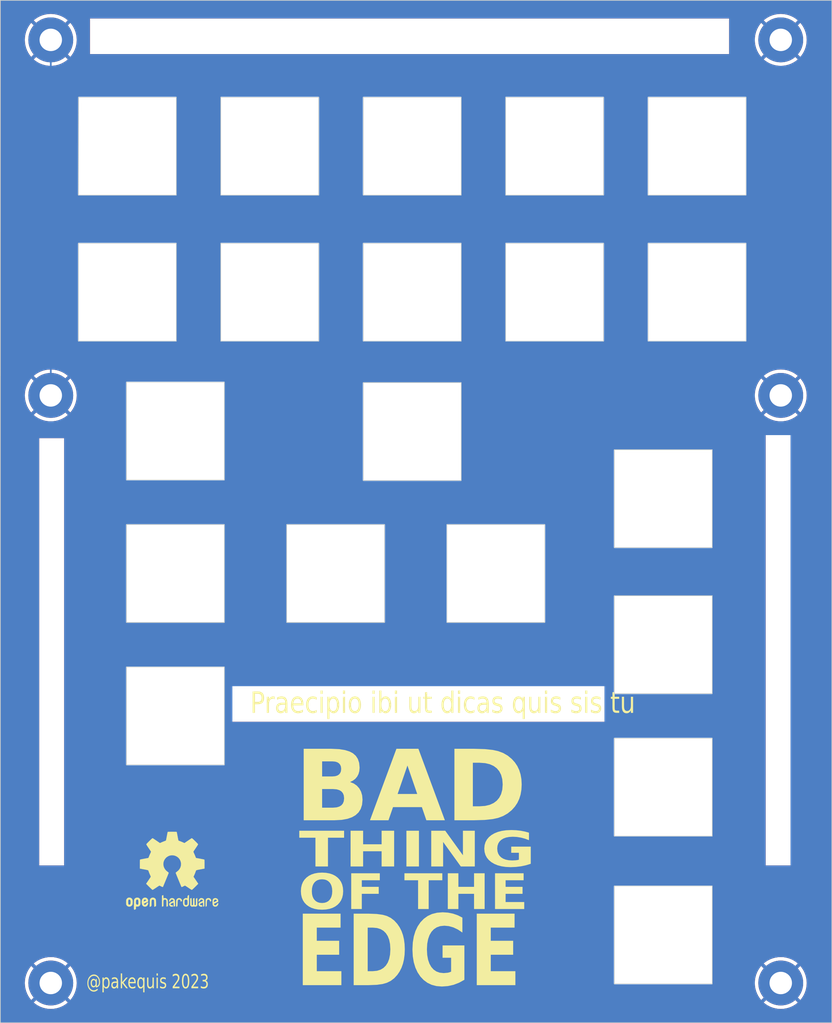
<source format=kicad_pcb>
(kicad_pcb (version 20221018) (generator pcbnew)
  (layers (0 "F.Cu" signal) (31 "B.Cu" signal) (34 "B.Paste" user) (35 "F.Paste" user) (36 "B.SilkS" user "B.Silkscreen") (37 "F.SilkS" user "F.Silkscreen") (38 "B.Mask" user) (39 "F.Mask" user) (44 "Edge.Cuts" user))
  (net 0 "")
  (net 1 "GNDREF")
  (footprint "MountingHole:MountingHole_3.2mm_M3_Pad" (layer "F.Cu") (at 45.5422 165.4048)
    (fp_text reference "J4" hide)
    (fp_text value "Conn_01x01_Pin")
    (pad "1" thru_hole circle (at 0 0) (size 6.4 6.4) (drill 3.2) (layers "*.Cu" "*.Mask") (net 1 "GNDREF"))
  )
  (footprint "Symbol:OSHW-Logo2_14.6x12mm_SilkScreen" (layer "F.Cu") (at 62.865 149.3774)
    (fp_text reference "REF**" hide)
    (fp_text value "OSHW-Logo2_14.6x12mm_SilkScreen" hide)
    (fp_poly (pts (xy 5.33569 3.940018) (xy 5.370585 3.955269) (xy 5.453877 4.021235) (xy 5.525103 4.116618) (xy 5.569153 4.218406) (xy 5.576322 4.268587) (xy 5.552285 4.338647) (xy 5.499561 4.375717) (xy 5.443031 4.398164) (xy 5.417146 4.4023) (xy 5.404542 4.372283) (xy 5.379654 4.306961) (xy 5.368735 4.277445) (xy 5.307508 4.175348) (xy 5.218861 4.124423) (xy 5.105193 4.125989) (xy 5.096774 4.127994) (xy 5.036088 4.156767) (xy 4.991474 4.212859) (xy 4.961002 4.303163) (xy 4.942744 4.434571) (xy 4.934771 4.613974) (xy 4.934023 4.709433) (xy 4.933652 4.859913) (xy 4.931223 4.962495) (xy 4.92476 5.027672) (xy 4.912288 5.065938) (xy 4.891833 5.087785) (xy 4.861419 5.103707) (xy 4.859661 5.104509) (xy 4.801091 5.129272) (xy 4.772075 5.138391) (xy 4.767616 5.110822) (xy 4.763799 5.03462) (xy 4.760899 4.919541) (xy 4.759191 4.775341) (xy 4.758851 4.669814) (xy 4.760588 4.465613) (xy 4.767382 4.310697) (xy 4.781607 4.196024) (xy 4.805638 4.112551) (xy 4.841848 4.051236) (xy 4.892612 4.003034) (xy 4.942739 3.969393) (xy 5.063275 3.924619) (xy 5.203557 3.914521) (xy 5.33569 3.940018)) (stroke (width 0.01)) (fill solid) (layer "F.SilkS"))
    (fp_poly (pts (xy -2.582571 3.877719) (xy -2.488877 3.931914) (xy -2.423736 3.985707) (xy -2.376093 4.042066) (xy -2.343272 4.110987) (xy -2.322594 4.202468) (xy -2.31138 4.326506) (xy -2.306951 4.493098) (xy -2.306437 4.612851) (xy -2.306437 5.053659) (xy -2.430517 5.109283) (xy -2.554598 5.164907) (xy -2.569195 4.682095) (xy -2.575227 4.501779) (xy -2.581555 4.370901) (xy -2.589394 4.280511) (xy -2.599963 4.221664) (xy -2.614477 4.185413) (xy -2.634152 4.16281) (xy -2.640465 4.157917) (xy -2.736112 4.119706) (xy -2.832793 4.134827) (xy -2.890345 4.174943) (xy -2.913755 4.20337) (xy -2.929961 4.240672) (xy -2.940259 4.297223) (xy -2.945951 4.383394) (xy -2.948336 4.509558) (xy -2.948736 4.641042) (xy -2.948814 4.805999) (xy -2.951639 4.922761) (xy -2.961093 5.00151) (xy -2.98106 5.052431) (xy -3.015424 5.085706) (xy -3.068068 5.11152) (xy -3.138383 5.138344) (xy -3.21518 5.167542) (xy -3.206038 4.649346) (xy -3.202357 4.462539) (xy -3.19805 4.32449) (xy -3.191877 4.225568) (xy -3.182598 4.156145) (xy -3.168973 4.10659) (xy -3.149761 4.067273) (xy -3.126598 4.032584) (xy -3.014848 3.92177) (xy -2.878487 3.857689) (xy -2.730175 3.842339) (xy -2.582571 3.877719)) (stroke (width 0.01)) (fill solid) (layer "F.SilkS"))
    (fp_poly (pts (xy 1.065943 3.92192) (xy 1.198565 3.970859) (xy 1.30601 4.057419) (xy 1.348032 4.118352) (xy 1.393843 4.230161) (xy 1.392891 4.311006) (xy 1.344808 4.365378) (xy 1.327017 4.374624) (xy 1.250204 4.40345) (xy 1.210976 4.396065) (xy 1.197689 4.347658) (xy 1.197012 4.32092) (xy 1.172686 4.222548) (xy 1.109281 4.153734) (xy 1.021154 4.120498) (xy 0.922663 4.128861) (xy 0.842602 4.172296) (xy 0.815561 4.197072) (xy 0.796394 4.227129) (xy 0.783446 4.272565) (xy 0.775064 4.343476) (xy 0.769593 4.44996) (xy 0.765378 4.602112) (xy 0.764287 4.650287) (xy 0.760307 4.815095) (xy 0.755781 4.931088) (xy 0.748995 5.007833) (xy 0.738231 5.054893) (xy 0.721773 5.081835) (xy 0.697906 5.098223) (xy 0.682626 5.105463) (xy 0.617733 5.13022) (xy 0.579534 5.138391) (xy 0.566912 5.111103) (xy 0.559208 5.028603) (xy 0.55638 4.889941) (xy 0.558386 4.694162) (xy 0.559011 4.663965) (xy 0.563421 4.485349) (xy 0.568635 4.354923) (xy 0.576055 4.262492) (xy 0.587082 4.197858) (xy 0.603117 4.150825) (xy 0.625561 4.111196) (xy 0.637302 4.094215) (xy 0.704619 4.01908) (xy 0.77991 3.960638) (xy 0.789128 3.955536) (xy 0.924133 3.91526) (xy 1.065943 3.92192)) (stroke (width 0.01)) (fill solid) (layer "F.SilkS"))
    (fp_poly (pts (xy 3.580124 3.93984) (xy 3.584579 4.016653) (xy 3.588071 4.133391) (xy 3.590315 4.280821) (xy 3.591035 4.435455) (xy 3.591035 4.958727) (xy 3.498645 5.051117) (xy 3.434978 5.108047) (xy 3.379089 5.131107) (xy 3.302702 5.129647) (xy 3.27238 5.125934) (xy 3.17761 5.115126) (xy 3.099222 5.108933) (xy 3.080115 5.108361) (xy 3.015699 5.112102) (xy 2.923571 5.121494) (xy 2.88785 5.125934) (xy 2.800114 5.132801) (xy 2.741153 5.117885) (xy 2.68269 5.071835) (xy 2.661585 5.051117) (xy 2.569195 4.958727) (xy 2.569195 3.979947) (xy 2.643558 3.946066) (xy 2.70759 3.92097) (xy 2.745052 3.912184) (xy 2.754657 3.93995) (xy 2.763635 4.01753) (xy 2.771386 4.136348) (xy 2.777314 4.287828) (xy 2.780173 4.415805) (xy 2.788161 4.919425) (xy 2.857848 4.929278) (xy 2.921229 4.922389) (xy 2.952286 4.900083) (xy 2.960967 4.858379) (xy 2.968378 4.769544) (xy 2.973931 4.644834) (xy 2.977036 4.495507) (xy 2.977484 4.418661) (xy 2.977931 3.976287) (xy 3.069874 3.944235) (xy 3.134949 3.922443) (xy 3.170347 3.912281) (xy 3.171368 3.912184) (xy 3.17492 3.939809) (xy 3.178823 4.016411) (xy 3.182751 4.132579) (xy 3.186376 4.278904) (xy 3.188908 4.415805) (xy 3.196897 4.919425) (xy 3.372069 4.919425) (xy 3.380107 4.459965) (xy 3.388146 4.000505) (xy 3.473543 3.956344) (xy 3.536593 3.926019) (xy 3.57391 3.912258) (xy 3.574987 3.912184) (xy 3.580124 3.93984)) (stroke (width 0.01)) (fill solid) (layer "F.SilkS"))
    (fp_poly (pts (xy -1.255402 3.723857) (xy -1.246846 3.843188) (xy -1.237019 3.913506) (xy -1.223401 3.944179) (xy -1.203473 3.944571) (xy -1.197011 3.94091) (xy -1.11106 3.914398) (xy -0.999255 3.915946) (xy -0.885586 3.943199) (xy -0.81449 3.978455) (xy -0.741595 4.034778) (xy -0.688307 4.098519) (xy -0.651725 4.17951) (xy -0.62895 4.287586) (xy -0.617081 4.43258) (xy -0.613218 4.624326) (xy -0.613149 4.661109) (xy -0.613103 5.074288) (xy -0.705046 5.106339) (xy -0.770348 5.128144) (xy -0.806176 5.138297) (xy -0.80723 5.138391) (xy -0.810758 5.11086) (xy -0.813761 5.034923) (xy -0.81601 4.920565) (xy -0.817276 4.777769) (xy -0.817471 4.690951) (xy -0.817877 4.519773) (xy -0.819968 4.397088) (xy -0.825053 4.313) (xy -0.83444 4.257614) (xy -0.849439 4.221032) (xy -0.871358 4.193359) (xy -0.885043 4.180032) (xy -0.979051 4.126328) (xy -1.081636 4.122307) (xy -1.17471 4.167725) (xy -1.191922 4.184123) (xy -1.217168 4.214957) (xy -1.23468 4.251531) (xy -1.245858 4.304415) (xy -1.252104 4.384177) (xy -1.254818 4.501385) (xy -1.255402 4.662991) (xy -1.255402 5.074288) (xy -1.347345 5.106339) (xy -1.412647 5.128144) (xy -1.448475 5.138297) (xy -1.449529 5.138391) (xy -1.452225 5.110448) (xy -1.454655 5.03163) (xy -1.456722 4.909453) (xy -1.458329 4.751432) (xy -1.459377 4.565083) (xy -1.459769 4.35792) (xy -1.45977 4.348706) (xy -1.45977 3.55902) (xy -1.364885 3.518997) (xy -1.27 3.478973) (xy -1.255402 3.723857)) (stroke (width 0.01)) (fill solid) (layer "F.SilkS"))
    (fp_poly (pts (xy -5.951779 3.866015) (xy -5.814939 3.937968) (xy -5.713949 4.053766) (xy -5.678075 4.128213) (xy -5.650161 4.239992) (xy -5.635871 4.381227) (xy -5.634516 4.535371) (xy -5.645405 4.685879) (xy -5.667847 4.816205) (xy -5.70115 4.909803) (xy -5.711385 4.925922) (xy -5.832618 5.046249) (xy -5.976613 5.118317) (xy -6.132861 5.139408) (xy -6.290852 5.106802) (xy -6.33482 5.087253) (xy -6.420444 5.027012) (xy -6.495592 4.947135) (xy -6.502694 4.937004) (xy -6.531561 4.888181) (xy -6.550643 4.83599) (xy -6.561916 4.767285) (xy -6.567355 4.668918) (xy -6.568938 4.527744) (xy -6.568965 4.496092) (xy -6.568893 4.486019) (xy -6.277011 4.486019) (xy -6.275313 4.619256) (xy -6.268628 4.707674) (xy -6.254575 4.764785) (xy -6.230771 4.804102) (xy -6.218621 4.817241) (xy -6.148764 4.867172) (xy -6.080941 4.864895) (xy -6.012365 4.821584) (xy -5.971465 4.775346) (xy -5.947242 4.707857) (xy -5.933639 4.601433) (xy -5.932706 4.58902) (xy -5.930384 4.396147) (xy -5.95465 4.2529) (xy -6.005176 4.16016) (xy -6.081632 4.118807) (xy -6.108924 4.116552) (xy -6.180589 4.127893) (xy -6.22961 4.167184) (xy -6.259582 4.242326) (xy -6.274101 4.361222) (xy -6.277011 4.486019) (xy -6.568893 4.486019) (xy -6.567878 4.345659) (xy -6.563312 4.240549) (xy -6.553312 4.167714) (xy -6.535921 4.114108) (xy -6.509184 4.066681) (xy -6.503276 4.057864) (xy -6.403968 3.939007) (xy -6.295758 3.870008) (xy -6.164019 3.842619) (xy -6.119283 3.841281) (xy -5.951779 3.866015)) (stroke (width 0.01)) (fill solid) (layer "F.SilkS"))
    (fp_poly (pts (xy 6.343439 3.95654) (xy 6.45895 4.032034) (xy 6.514664 4.099617) (xy 6.558804 4.222255) (xy 6.562309 4.319298) (xy 6.554368 4.449056) (xy 6.255115 4.580039) (xy 6.109611 4.646958) (xy 6.014537 4.70079) (xy 5.965101 4.747416) (xy 5.956511 4.79272) (xy 5.983972 4.842582) (xy 6.014253 4.875632) (xy 6.102363 4.928633) (xy 6.198196 4.932347) (xy 6.286212 4.891041) (xy 6.350869 4.808983) (xy 6.362433 4.780008) (xy 6.417825 4.689509) (xy 6.481553 4.65094) (xy 6.568966 4.617946) (xy 6.568966 4.743034) (xy 6.561238 4.828156) (xy 6.530966 4.899938) (xy 6.467518 4.982356) (xy 6.458088 4.993066) (xy 6.387513 5.066391) (xy 6.326847 5.105742) (xy 6.25095 5.123845) (xy 6.18803 5.129774) (xy 6.075487 5.131251) (xy 5.99537 5.112535) (xy 5.94539 5.084747) (xy 5.866838 5.023641) (xy 5.812463 4.957554) (xy 5.778052 4.874441) (xy 5.759388 4.762254) (xy 5.752256 4.608946) (xy 5.751687 4.531136) (xy 5.753622 4.437853) (xy 5.929899 4.437853) (xy 5.931944 4.487896) (xy 5.937039 4.496092) (xy 5.970666 4.484958) (xy 6.04303 4.455493) (xy 6.139747 4.413601) (xy 6.159973 4.404597) (xy 6.282203 4.342442) (xy 6.349547 4.287815) (xy 6.364348 4.236649) (xy 6.328947 4.184876) (xy 6.299711 4.162) (xy 6.194216 4.11625) (xy 6.095476 4.123808) (xy 6.012812 4.179651) (xy 5.955548 4.278753) (xy 5.937188 4.357414) (xy 5.929899 4.437853) (xy 5.753622 4.437853) (xy 5.755459 4.349351) (xy 5.769359 4.214853) (xy 5.796894 4.116916) (xy 5.841572 4.044811) (xy 5.906901 3.987813) (xy 5.935383 3.969393) (xy 6.064763 3.921422) (xy 6.206412 3.918403) (xy 6.343439 3.95654)) (stroke (width 0.01)) (fill solid) (layer "F.SilkS"))
    (fp_poly (pts (xy 2.393914 4.154455) (xy 2.393543 4.372661) (xy 2.392108 4.540519) (xy 2.389002 4.66607) (xy 2.383622 4.757355) (xy 2.375362 4.822415) (xy 2.363616 4.869291) (xy 2.347781 4.906024) (xy 2.33579 4.926991) (xy 2.23649 5.040694) (xy 2.110588 5.111965) (xy 1.971291 5.137538) (xy 1.831805 5.11415) (xy 1.748743 5.072119) (xy 1.661545 4.999411) (xy 1.602117 4.910612) (xy 1.566261 4.79432) (xy 1.549781 4.639135) (xy 1.547447 4.525287) (xy 1.547761 4.517106) (xy 1.751724 4.517106) (xy 1.75297 4.647657) (xy 1.758678 4.73408) (xy 1.771804 4.790618) (xy 1.795306 4.831514) (xy 1.823386 4.862362) (xy 1.917688 4.921905) (xy 2.01894 4.926992) (xy 2.114636 4.877279) (xy 2.122084 4.870543) (xy 2.153874 4.835502) (xy 2.173808 4.793811) (xy 2.1846 4.731762) (xy 2.188965 4.635644) (xy 2.189655 4.529379) (xy 2.188159 4.39588) (xy 2.181964 4.306822) (xy 2.168514 4.248293) (xy 2.145251 4.206382) (xy 2.126175 4.184123) (xy 2.037563 4.127985) (xy 1.935508 4.121235) (xy 1.838095 4.164114) (xy 1.819296 4.180032) (xy 1.787293 4.215382) (xy 1.767318 4.257502) (xy 1.756593 4.320251) (xy 1.752339 4.417487) (xy 1.751724 4.517106) (xy 1.547761 4.517106) (xy 1.554504 4.341947) (xy 1.578472 4.204195) (xy 1.623548 4.100632) (xy 1.693928 4.019856) (xy 1.748743 3.978455) (xy 1.848376 3.933728) (xy 1.963855 3.912967) (xy 2.071199 3.918525) (xy 2.131264 3.940943) (xy 2.154835 3.947323) (xy 2.170477 3.923535) (xy 2.181395 3.859788) (xy 2.189655 3.762687) (xy 2.198699 3.654541) (xy 2.211261 3.589475) (xy 2.234119 3.552268) (xy 2.274051 3.527699) (xy 2.299138 3.516819) (xy 2.394023 3.477072) (xy 2.393914 4.154455)) (stroke (width 0.01)) (fill solid) (layer "F.SilkS"))
    (fp_poly (pts (xy -3.684448 3.884676) (xy -3.569342 3.962111) (xy -3.480389 4.073949) (xy -3.427251 4.216265) (xy -3.416503 4.321015) (xy -3.417724 4.364726) (xy -3.427944 4.398194) (xy -3.456039 4.428179) (xy -3.510884 4.46144) (xy -3.601355 4.504738) (xy -3.736328 4.564833) (xy -3.737011 4.565134) (xy -3.861249 4.622037) (xy -3.963127 4.672565) (xy -4.032233 4.71128) (xy -4.058154 4.73274) (xy -4.058161 4.732913) (xy -4.035315 4.779644) (xy -3.981891 4.831154) (xy -3.920558 4.868261) (xy -3.889485 4.875632) (xy -3.804711 4.850138) (xy -3.731707 4.786291) (xy -3.696087 4.716094) (xy -3.66182 4.664343) (xy -3.594697 4.605409) (xy -3.515792 4.554496) (xy -3.446179 4.526809) (xy -3.431623 4.525287) (xy -3.415237 4.550321) (xy -3.41425 4.614311) (xy -3.426292 4.700593) (xy -3.448993 4.792501) (xy -3.479986 4.873369) (xy -3.481552 4.876509) (xy -3.574819 5.006734) (xy -3.695696 5.095311) (xy -3.832973 5.138786) (xy -3.97544 5.133706) (xy -4.111888 5.076616) (xy -4.117955 5.072602) (xy -4.22529 4.975326) (xy -4.295868 4.848409) (xy -4.334926 4.681526) (xy -4.340168 4.634639) (xy -4.349452 4.413329) (xy -4.338322 4.310124) (xy -4.058161 4.310124) (xy -4.054521 4.374503) (xy -4.034611 4.393291) (xy -3.984974 4.379235) (xy -3.906733 4.346009) (xy -3.819274 4.304359) (xy -3.817101 4.303256) (xy -3.74297 4.264265) (xy -3.713219 4.238244) (xy -3.720555 4.210965) (xy -3.751447 4.175121) (xy -3.83004 4.123251) (xy -3.914677 4.119439) (xy -3.990597 4.157189) (xy -4.043035 4.230001) (xy -4.058161 4.310124) (xy -4.338322 4.310124) (xy -4.330356 4.236261) (xy -4.281366 4.095829) (xy -4.213164 3.997447) (xy -4.090065 3.89803) (xy -3.954472 3.848711) (xy -3.816045 3.845568) (xy -3.684448 3.884676)) (stroke (width 0.01)) (fill solid) (layer "F.SilkS"))
    (fp_poly (pts (xy 0.079944 3.92436) (xy 0.194343 3.966842) (xy 0.195652 3.967658) (xy 0.266403 4.01973) (xy 0.318636 4.080584) (xy 0.355371 4.159887) (xy 0.379634 4.267309) (xy 0.394445 4.412517) (xy 0.402829 4.605179) (xy 0.403564 4.632628) (xy 0.41412 5.046521) (xy 0.325291 5.092456) (xy 0.261018 5.123498) (xy 0.22221 5.138206) (xy 0.220415 5.138391) (xy 0.2137 5.11125) (xy 0.208365 5.038041) (xy 0.205083 4.931081) (xy 0.204368 4.844469) (xy 0.204351 4.704162) (xy 0.197937 4.616051) (xy 0.17558 4.574025) (xy 0.127732 4.571975) (xy 0.044849 4.60379) (xy -0.080287 4.662272) (xy -0.172303 4.710845) (xy -0.219629 4.752986) (xy -0.233542 4.798916) (xy -0.233563 4.801189) (xy -0.210605 4.880311) (xy -0.14263 4.923055) (xy -0.038602 4.929246) (xy 0.03633 4.928172) (xy 0.075839 4.949753) (xy 0.100478 5.001591) (xy 0.114659 5.067632) (xy 0.094223 5.105104) (xy 0.086528 5.110467) (xy 0.014083 5.132006) (xy -0.087367 5.135055) (xy -0.191843 5.120778) (xy -0.265875 5.094688) (xy -0.368228 5.007785) (xy -0.426409 4.886816) (xy -0.437931 4.792308) (xy -0.429138 4.707062) (xy -0.39732 4.637476) (xy -0.334316 4.575672) (xy -0.231969 4.513772) (xy -0.082118 4.443897) (xy -0.072988 4.439948) (xy 0.061997 4.377588) (xy 0.145294 4.326446) (xy 0.180997 4.280488) (xy 0.173203 4.233683) (xy 0.126007 4.179998) (xy 0.111894 4.167644) (xy 0.017359 4.119741) (xy -0.080594 4.121758) (xy -0.165903 4.168724) (xy -0.222504 4.255669) (xy -0.227763 4.272734) (xy -0.278977 4.355504) (xy -0.343963 4.395372) (xy -0.437931 4.434882) (xy -0.437931 4.332658) (xy -0.409347 4.184072) (xy -0.324505 4.047784) (xy -0.280355 4.002191) (xy -0.179995 3.943674) (xy -0.052365 3.917184) (xy 0.079944 3.92436)) (stroke (width 0.01)) (fill solid) (layer "F.SilkS"))
    (fp_poly (pts (xy -4.8281 3.861903) (xy -4.71655 3.917522) (xy -4.618092 4.019931) (xy -4.590977 4.057864) (xy -4.561438 4.1075) (xy -4.542272 4.161412) (xy -4.531307 4.233364) (xy -4.526371 4.337122) (xy -4.525287 4.474101) (xy -4.530182 4.661815) (xy -4.547196 4.802758) (xy -4.579823 4.907908) (xy -4.631558 4.988243) (xy -4.705896 5.054741) (xy -4.711358 5.058678) (xy -4.78462 5.098953) (xy -4.87284 5.11888) (xy -4.985038 5.123793) (xy -5.167433 5.123793) (xy -5.167509 5.300857) (xy -5.169207 5.39947) (xy -5.17955 5.457314) (xy -5.206578 5.492006) (xy -5.258332 5.521164) (xy -5.270761 5.527121) (xy -5.328923 5.555039) (xy -5.373956 5.572672) (xy -5.407441 5.574194) (xy -5.430962 5.553781) (xy -5.4461 5.505607) (xy -5.454437 5.423846) (xy -5.457556 5.302672) (xy -5.45704 5.13626) (xy -5.454471 4.918785) (xy -5.453668 4.853736) (xy -5.450778 4.629502) (xy -5.448188 4.482821) (xy -5.167586 4.482821) (xy -5.166009 4.607326) (xy -5.159 4.688787) (xy -5.143142 4.742515) (xy -5.115019 4.783823) (xy -5.095925 4.803971) (xy -5.017865 4.862921) (xy -4.948753 4.86772) (xy -4.87744 4.819038) (xy -4.875632 4.817241) (xy -4.846617 4.779618) (xy -4.828967 4.728484) (xy -4.820064 4.649738) (xy -4.817291 4.529276) (xy -4.817241 4.502588) (xy -4.823942 4.336583) (xy -4.845752 4.221505) (xy -4.885235 4.151254) (xy -4.944956 4.119729) (xy -4.979472 4.116552) (xy -5.061389 4.13146) (xy -5.117579 4.180548) (xy -5.151402 4.270362) (xy -5.16622 4.407445) (xy -5.167586 4.482821) (xy -5.448188 4.482821) (xy -5.447713 4.455952) (xy -5.443753 4.325382) (xy -5.438174 4.230087) (xy -5.430254 4.162364) (xy -5.419269 4.114507) (xy -5.404499 4.078813) (xy -5.385218 4.047578) (xy -5.376951 4.035824) (xy -5.267288 3.924797) (xy -5.128635 3.861847) (xy -4.968246 3.844297) (xy -4.8281 3.861903)) (stroke (width 0.01)) (fill solid) (layer "F.SilkS"))
    (fp_poly (pts (xy 4.314406 3.935156) (xy 4.398469 3.973393) (xy 4.46445 4.019726) (xy 4.512794 4.071532) (xy 4.546172 4.138363) (xy 4.567253 4.229769) (xy 4.578707 4.355301) (xy 4.583203 4.524508) (xy 4.583678 4.635933) (xy 4.583678 5.070627) (xy 4.509316 5.104509) (xy 4.450746 5.129272) (xy 4.42173 5.138391) (xy 4.416179 5.111257) (xy 4.411775 5.038094) (xy 4.409078 4.931263) (xy 4.408506 4.846437) (xy 4.406046 4.723887) (xy 4.399412 4.626668) (xy 4.389726 4.567134) (xy 4.382032 4.554483) (xy 4.330311 4.567402) (xy 4.249117 4.600539) (xy 4.155102 4.645461) (xy 4.064917 4.693735) (xy 3.995215 4.736928) (xy 3.962648 4.766608) (xy 3.962519 4.766929) (xy 3.96532 4.821857) (xy 3.990439 4.874292) (xy 4.034541 4.916881) (xy 4.098909 4.931126) (xy 4.153921 4.929466) (xy 4.231835 4.928245) (xy 4.272732 4.946498) (xy 4.297295 4.994726) (xy 4.300392 5.00382) (xy 4.31104 5.072598) (xy 4.282565 5.11436) (xy 4.208344 5.134263) (xy 4.128168 5.137944) (xy 3.98389 5.110658) (xy 3.909203 5.07169) (xy 3.816963 4.980148) (xy 3.768043 4.867782) (xy 3.763654 4.749051) (xy 3.805001 4.638411) (xy 3.867197 4.56908) (xy 3.929294 4.530265) (xy 4.026895 4.481125) (xy 4.140632 4.431292) (xy 4.15959 4.423677) (xy 4.284521 4.368545) (xy 4.356539 4.319954) (xy 4.3797 4.271647) (xy 4.358064 4.21737) (xy 4.32092 4.174943) (xy 4.233127 4.122702) (xy 4.13653 4.118784) (xy 4.047944 4.159041) (xy 3.984186 4.239326) (xy 3.975817 4.26004) (xy 3.927096 4.336225) (xy 3.855965 4.392785) (xy 3.766207 4.439201) (xy 3.766207 4.307584) (xy 3.77149 4.227168) (xy 3.794142 4.163786) (xy 3.844367 4.096163) (xy 3.892582 4.044076) (xy 3.967554 3.970322) (xy 4.025806 3.930702) (xy 4.088372 3.91481) (xy 4.159193 3.912184) (xy 4.314406 3.935156)) (stroke (width 0.01)) (fill solid) (layer "F.SilkS"))
    (fp_poly (pts (xy 0.209014 -5.547002) (xy 0.367006 -5.546137) (xy 0.481347 -5.543795) (xy 0.559407 -5.539238) (xy 0.608554 -5.53173) (xy 0.636159 -5.520534) (xy 0.649592 -5.504912) (xy 0.656221 -5.484127) (xy 0.656865 -5.481437) (xy 0.666935 -5.432887) (xy 0.685575 -5.337095) (xy 0.710845 -5.204257) (xy 0.740807 -5.044569) (xy 0.773522 -4.868226) (xy 0.774664 -4.862033) (xy 0.807433 -4.689218) (xy 0.838093 -4.536531) (xy 0.864664 -4.413129) (xy 0.885167 -4.328169) (xy 0.897626 -4.29081) (xy 0.89822 -4.290148) (xy 0.934919 -4.271905) (xy 1.010586 -4.241503) (xy 1.108878 -4.205507) (xy 1.109425 -4.205315) (xy 1.233233 -4.158778) (xy 1.379196 -4.099496) (xy 1.516781 -4.039891) (xy 1.523293 -4.036944) (xy 1.74739 -3.935235) (xy 2.243619 -4.274103) (xy 2.395846 -4.377408) (xy 2.533741 -4.469763) (xy 2.649315 -4.545916) (xy 2.734579 -4.600615) (xy 2.781544 -4.628607) (xy 2.786004 -4.630683) (xy 2.820134 -4.62144) (xy 2.883881 -4.576844) (xy 2.979731 -4.494791) (xy 3.110169 -4.373179) (xy 3.243328 -4.243795) (xy 3.371694 -4.116298) (xy 3.486581 -3.999954) (xy 3.581073 -3.901948) (xy 3.648253 -3.829464) (xy 3.681206 -3.789687) (xy 3.682432 -3.787639) (xy 3.686074 -3.760344) (xy 3.67235 -3.715766) (xy 3.637869 -3.647888) (xy 3.579239 -3.550689) (xy 3.49307 -3.418149) (xy 3.3782 -3.247524) (xy 3.276254 -3.097345) (xy 3.185123 -2.96265) (xy 3.110073 -2.85126) (xy 3.056369 -2.770995) (xy 3.02928 -2.729675) (xy 3.027574 -2.72687) (xy 3.030882 -2.687279) (xy 3.055953 -2.610331) (xy 3.097798 -2.510568) (xy 3.112712 -2.478709) (xy 3.177786 -2.336774) (xy 3.247212 -2.175727) (xy 3.303609 -2.036379) (xy 3.344247 -1.932956) (xy 3.376526 -1.854358) (xy 3.395178 -1.81328) (xy 3.397497 -1.810115) (xy 3.431803 -1.804872) (xy 3.512669 -1.790506) (xy 3.629343 -1.769063) (xy 3.771075 -1.742587) (xy 3.92711 -1.713123) (xy 4.086698 -1.682717) (xy 4.239085 -1.653412) (xy 4.373521 -1.627255) (xy 4.479252 -1.60629) (xy 4.545526 -1.592561) (xy 4.561782 -1.58868) (xy 4.578573 -1.5791) (xy 4.591249 -1.557464) (xy 4.600378 -1.516469) (xy 4.606531 -1.448811) (xy 4.61028 -1.347188) (xy 4.612192 -1.204297) (xy 4.61284 -1.012835) (xy 4.612874 -0.934355) (xy 4.612874 -0.296094) (xy 4.459598 -0.26584) (xy 4.374322 -0.249436) (xy 4.24707 -0.225491) (xy 4.093315 -0.196893) (xy 3.928534 -0.166533) (xy 3.882989 -0.158194) (xy 3.730932 -0.12863) (xy 3.598468 -0.099558) (xy 3.496714 -0.073671) (xy 3.436788 -0.053663) (xy 3.426805 -0.047699) (xy 3.402293 -0.005466) (xy 3.367148 0.07637) (xy 3.328173 0.181683) (xy 3.320442 0.204368) (xy 3.26936 0.345018) (xy 3.205954 0.503714) (xy 3.143904 0.646225) (xy 3.143598 0.646886) (xy 3.040267 0.87044) (xy 3.719961 1.870232) (xy 3.283621 2.3073) (xy 3.151649 2.437381) (xy 3.031279 2.552048) (xy 2.929273 2.645181) (xy 2.852391 2.710658) (xy 2.807393 2.742357) (xy 2.800938 2.744368) (xy 2.76304 2.728529) (xy 2.685708 2.684496) (xy 2.577389 2.61749) (xy 2.446532 2.532734) (xy 2.305052 2.437816) (xy 2.161461 2.340998) (xy 2.033435 2.256751) (xy 1.929105 2.190258) (xy 1.8566 2.146702) (xy 1.824158 2.131264) (xy 1.784576 2.144328) (xy 1.709519 2.17875) (xy 1.614468 2.22738) (xy 1.604392 2.232785) (xy 1.476391 2.29698) (xy 1.388618 2.328463) (xy 1.334028 2.328798) (xy 1.305575 2.299548) (xy 1.30541 2.299138) (xy 1.291188 2.264498) (xy 1.257269 2.182269) (xy 1.206284 2.058814) (xy 1.140862 1.900498) (xy 1.063634 1.713686) (xy 0.977229 1.504742) (xy 0.893551 1.302446) (xy 0.801588 1.0792) (xy 0.71715 0.872392) (xy 0.642769 0.688362) (xy 0.580974 0.533451) (xy 0.534297 0.413996) (xy 0.505268 0.336339) (xy 0.496322 0.307356) (xy 0.518756 0.27411) (xy 0.577439 0.221123) (xy 0.655689 0.162704) (xy 0.878534 -0.022048) (xy 1.052718 -0.233818) (xy 1.176154 -0.468144) (xy 1.246754 -0.720566) (xy 1.262431 -0.986623) (xy 1.251036 -1.109425) (xy 1.18895 -1.364207) (xy 1.082023 -1.589199) (xy 0.936889 -1.782183) (xy 0.760178 -1.940939) (xy 0.558522 -2.06325) (xy 0.338554 -2.146895) (xy 0.106906 -2.189656) (xy -0.129791 -2.189313) (xy -0.364905 -2.143648) (xy -0.591804 -2.050441) (xy -0.803856 -1.907473) (xy -0.892364 -1.826617) (xy -1.062111 -1.618993) (xy -1.180301 -1.392105) (xy -1.247722 -1.152567) (xy -1.26516 -0.906993) (xy -1.233402 -0.661997) (xy -1.153235 -0.424192) (xy -1.025445 -0.200193) (xy -0.85082 0.003387) (xy -0.655688 0.162704) (xy -0.574409 0.223602) (xy -0.516991 0.276015) (xy -0.496322 0.307406) (xy -0.507144 0.341639) (xy -0.537923 0.423419) (xy -0.586126 0.546407) (xy -0.649222 0.704263) (xy -0.724678 0.890649) (xy -0.809962 1.099226) (xy -0.893781 1.302496) (xy -0.986255 1.525933) (xy -1.071911 1.732984) (xy -1.148118 1.917286) (xy -1.212247 2.072475) (xy -1.261668 2.192188) (xy -1.293752 2.270061) (xy -1.305641 2.299138) (xy -1.333726 2.328677) (xy -1.388051 2.328591) (xy -1.475605 2.297326) (xy -1.603381 2.233329) (xy -1.604392 2.232785) (xy -1.700598 2.183121) (xy -1.778369 2.146945) (xy -1.822223 2.131408) (xy -1.824158 2.131264) (xy -1.857171 2.147024) (xy -1.930054 2.19085) (xy -2.034678 2.257557) (xy -2.16291 2.341964) (xy -2.305052 2.437816) (xy -2.449767 2.534867) (xy -2.580196 2.61927) (xy -2.68789 2.685801) (xy -2.764402 2.729238) (xy -2.800938 2.744368) (xy -2.834582 2.724482) (xy -2.902224 2.668903) (xy -2.997107 2.583754) (xy -3.11247 2.475153) (xy -3.241555 2.349221) (xy -3.283771 2.307149) (xy -3.720261 1.869931) (xy -3.388023 1.38234) (xy -3.287054 1.232605) (xy -3.198438 1.09822) (xy -3.127146 0.986969) (xy -3.07815 0.906639) (xy -3.056422 0.865014) (xy -3.055785 0.862053) (xy -3.06724 0.822818) (xy -3.098051 0.743895) (xy -3.142884 0.638509) (xy -3.174353 0.567954) (xy -3.233192 0.432876) (xy -3.288604 0.296409) (xy -3.331564 0.181103) (xy -3.343234 0.145977) (xy -3.376389 0.052174) (xy -3.408799 -0.020306) (xy -3.426601 -0.047699) (xy -3.465886 -0.064464) (xy -3.551626 -0.08823) (xy -3.672697 -0.116303) (xy -3.817973 -0.145991) (xy -3.882988 -0.158194) (xy -4.048087 -0.188532) (xy -4.206448 -0.217907) (xy -4.342596 -0.243431) (xy -4.441057 -0.262215) (xy -4.459598 -0.26584) (xy -4.612873 -0.296094) (xy -4.612873 -0.934355) (xy -4.612529 -1.14423) (xy -4.611116 -1.30302) (xy -4.608064 -1.418027) (xy -4.602803 -1.496554) (xy -4.594763 -1.545904) (xy -4.583373 -1.573381) (xy -4.568063 -1.586287) (xy -4.561782 -1.58868) (xy -4.523896 -1.597167) (xy -4.440195 -1.6141) (xy -4.321433 -1.637434) (xy -4.178361 -1.665125) (xy -4.021732 -1.695127) (xy -3.862297 -1.725396) (xy -3.710809 -1.753885) (xy -3.578019 -1.778551) (xy -3.474681 -1.797349) (xy -3.411545 -1.808233) (xy -3.397497 -1.810115) (xy -3.38477 -1.835296) (xy -3.3566 -1.902378) (xy -3.318252 -1.998667) (xy -3.303609 -2.036379) (xy -3.244548 -2.182079) (xy -3.175 -2.343049) (xy -3.112712 -2.478709) (xy -3.066879 -2.582439) (xy -3.036387 -2.667674) (xy -3.026208 -2.719874) (xy -3.027831 -2.72687) (xy -3.049343 -2.759898) (xy -3.098465 -2.833357) (xy -3.169923 -2.939423) (xy -3.258445 -3.070274) (xy -3.358759 -3.218088) (xy -3.378594 -3.247266) (xy -3.494988 -3.420137) (xy -3.580548 -3.551774) (xy -3.638684 -3.648239) (xy -3.672808 -3.715592) (xy -3.686331 -3.759894) (xy -3.682664 -3.787206) (xy -3.68257 -3.78738) (xy -3.653707 -3.823254) (xy -3.589867 -3.892609) (xy -3.497969 -3.988255) (xy -3.384933 -4.103001) (xy -3.257679 -4.229659) (xy -3.243328 -4.243795) (xy -3.082957 -4.399097) (xy -2.959195 -4.51313) (xy -2.869555 -4.587998) (xy -2.811552 -4.625804) (xy -2.786004 -4.630683) (xy -2.748718 -4.609397) (xy -2.671343 -4.560227) (xy -2.561867 -4.488425) (xy -2.42828 -4.399245) (xy -2.27857 -4.297937) (xy -2.243618 -4.274103) (xy -1.74739 -3.935235) (xy -1.523293 -4.036944) (xy -1.387011 -4.096217) (xy -1.240724 -4.15583) (xy -1.114965 -4.20336) (xy -1.109425 -4.205315) (xy -1.011057 -4.241323) (xy -0.935229 -4.271771) (xy -0.898282 -4.290095) (xy -0.89822 -4.290148) (xy -0.886496 -4.323271) (xy -0.866568 -4.404733) (xy -0.840413 -4.525375) (xy -0.81001 -4.676041) (xy -0.777337 -4.847572) (xy -0.774664 -4.862033) (xy -0.74189 -5.038765) (xy -0.711802 -5.19919) (xy -0.686339 -5.333112) (xy -0.667441 -5.430337) (xy -0.657047 -5.480668) (xy -0.656865 -5.481437) (xy -0.650539 -5.502847) (xy -0.638239 -5.519012) (xy -0.612594 -5.530669) (xy -0.566235 -5.538555) (xy -0.491792 -5.543407) (xy -0.381895 -5.545961) (xy -0.229175 -5.546955) (xy -0.026262 -5.547126) (xy 0 -5.547126) (xy 0.209014 -5.547002)) (stroke (width 0.01)) (fill solid) (layer "F.SilkS"))
  )
  (footprint "MountingHole:MountingHole_3.2mm_M3_Pad" (layer "F.Cu") (at 149.6822 165.4048)
    (fp_text reference "J3" hide)
    (fp_text value "Conn_01x01_Pin")
    (pad "1" thru_hole circle (at 0 0) (size 6.4 6.4) (drill 3.2) (layers "*.Cu" "*.Mask") (net 1 "GNDREF"))
  )
  (footprint "MountingHole:MountingHole_3.2mm_M3_Pad" (layer "F.Cu") (at 45.5422 81.5848)
    (fp_text reference "J5" hide)
    (fp_text value "Conn_01x01_Pin")
    (pad "1" thru_hole circle (at 0 0) (size 6.4 6.4) (drill 3.2) (layers "*.Cu" "*.Mask") (net 1 "GNDREF"))
  )
  (footprint "MountingHole:MountingHole_3.2mm_M3_Pad" (layer "F.Cu") (at 149.6822 30.865744)
    (fp_text reference "J1" hide)
    (fp_text value "Conn_01x01_Pin")
    (pad "1" thru_hole circle (at 0 0) (size 6.4 6.4) (drill 3.2) (layers "*.Cu" "*.Mask") (net 1 "GNDREF"))
  )
  (footprint "MountingHole:MountingHole_3.2mm_M3_Pad" (layer "F.Cu") (at 45.5422 30.865744)
    (fp_text reference "J6" hide)
    (fp_text value "Conn_01x01_Pin")
    (pad "1" thru_hole circle (at 0 0) (size 6.4 6.4) (drill 3.2) (layers "*.Cu" "*.Mask") (net 1 "GNDREF"))
  )
  (footprint "MountingHole:MountingHole_3.2mm_M3_Pad" (layer "F.Cu") (at 149.6822 81.5848)
    (fp_text reference "J2" hide)
    (fp_text value "Conn_01x01_Pin")
    (pad "1" thru_hole circle (at 0 0) (size 6.4 6.4) (drill 3.2) (layers "*.Cu" "*.Mask") (net 1 "GNDREF"))
  )
  (gr_line (start 156.967256 25.226944) (end 38.349256 25.226944) (stroke (width 0.1)) (layer "Edge.Cuts"))
  (gr_line (start 90.1192 79.756) (end 104.0892 79.756) (stroke (width 0.1)) (layer "Edge.Cuts"))
  (gr_line (start 110.4392 59.8678) (end 124.4092 59.8678) (stroke (width 0.1)) (layer "Edge.Cuts"))
  (gr_line (start 139.9032 130.4798) (end 139.9032 144.4498) (stroke (width 0.1)) (layer "Edge.Cuts"))
  (gr_line (start 69.7992 53.0098) (end 69.7992 39.0398) (stroke (width 0.1)) (layer "Edge.Cuts"))
  (gr_line (start 125.9332 103.3018) (end 125.9332 89.3318) (stroke (width 0.1)) (layer "Edge.Cuts"))
  (gr_line (start 70.3072 93.6498) (end 56.3372 93.6498) (stroke (width 0.1)) (layer "Edge.Cuts"))
  (gr_line (start 79.1972 99.9998) (end 93.1672 99.9998) (stroke (width 0.1)) (layer "Edge.Cuts"))
  (gr_line (start 90.1192 73.8378) (end 90.1192 59.8678) (stroke (width 0.1)) (layer "Edge.Cuts"))
  (gr_line (start 139.9032 124.1298) (end 125.9332 124.1298) (stroke (width 0.1)) (layer "Edge.Cuts"))
  (gr_line (start 125.9332 144.4498) (end 125.9332 130.4798) (stroke (width 0.1)) (layer "Edge.Cuts"))
  (gr_line (start 124.4092 39.0398) (end 124.4092 53.0098) (stroke (width 0.1)) (layer "Edge.Cuts"))
  (gr_line (start 69.7992 73.8378) (end 69.7992 59.8678) (stroke (width 0.1)) (layer "Edge.Cuts"))
  (gr_line (start 104.0892 93.726) (end 90.1192 93.726) (stroke (width 0.1)) (layer "Edge.Cuts"))
  (gr_line (start 139.9032 165.5318) (end 125.9332 165.5318) (stroke (width 0.1)) (layer "Edge.Cuts"))
  (gr_line (start 116.0272 113.9698) (end 102.0572 113.9698) (stroke (width 0.1)) (layer "Edge.Cuts"))
  (gr_line (start 70.3072 99.9998) (end 70.3072 113.9698) (stroke (width 0.1)) (layer "Edge.Cuts"))
  (gr_line (start 110.4392 39.0398) (end 124.4092 39.0398) (stroke (width 0.1)) (layer "Edge.Cuts"))
  (gr_line (start 125.9332 124.1298) (end 125.9332 110.1598) (stroke (width 0.1)) (layer "Edge.Cuts"))
  (gr_line (start 70.3072 120.3198) (end 70.3072 134.2898) (stroke (width 0.1)) (layer "Edge.Cuts"))
  (gr_line (start 144.7292 39.0398) (end 144.7292 53.0098) (stroke (width 0.1)) (layer "Edge.Cuts"))
  (gr_line (start 139.9032 144.4498) (end 125.9332 144.4498) (stroke (width 0.1)) (layer "Edge.Cuts"))
  (gr_line (start 56.3372 134.2898) (end 56.3372 120.3198) (stroke (width 0.1)) (layer "Edge.Cuts"))
  (gr_line (start 56.3372 79.6798) (end 70.3072 79.6798) (stroke (width 0.1)) (layer "Edge.Cuts"))
  (gr_line (start 144.7292 73.8378) (end 130.7592 73.8378) (stroke (width 0.1)) (layer "Edge.Cuts"))
  (gr_line (start 90.1192 93.726) (end 90.1192 79.756) (stroke (width 0.1)) (layer "Edge.Cuts"))
  (gr_line (start 139.9032 103.3018) (end 125.9332 103.3018) (stroke (width 0.1)) (layer "Edge.Cuts"))
  (gr_line (start 90.1192 53.0098) (end 90.1192 39.0398) (stroke (width 0.1)) (layer "Edge.Cuts"))
  (gr_line (start 130.7592 39.0398) (end 144.7292 39.0398) (stroke (width 0.1)) (layer "Edge.Cuts"))
  (gr_line (start 139.9032 151.5618) (end 139.9032 165.5318) (stroke (width 0.1)) (layer "Edge.Cuts"))
  (gr_line (start 156.967256 171.073744) (end 38.349256 171.073744) (stroke (width 0.1)) (layer "Edge.Cuts"))
  (gr_line (start 125.9332 165.5318) (end 125.9332 151.5618) (stroke (width 0.1)) (layer "Edge.Cuts"))
  (gr_line (start 124.4092 73.8378) (end 110.4392 73.8378) (stroke (width 0.1)) (layer "Edge.Cuts"))
  (gr_line (start 104.0892 59.8678) (end 104.0892 73.8378) (stroke (width 0.1)) (layer "Edge.Cuts"))
  (gr_line (start 63.4492 53.0098) (end 49.4792 53.0098) (stroke (width 0.1)) (layer "Edge.Cuts"))
  (gr_line (start 56.3372 120.3198) (end 70.3072 120.3198) (stroke (width 0.1)) (layer "Edge.Cuts"))
  (gr_line (start 125.9332 89.3318) (end 139.9032 89.3318) (stroke (width 0.1)) (layer "Edge.Cuts"))
  (gr_line (start 83.7692 73.8378) (end 69.7992 73.8378) (stroke (width 0.1)) (layer "Edge.Cuts"))
  (gr_line (start 93.1672 99.9998) (end 93.1672 113.9698) (stroke (width 0.1)) (layer "Edge.Cuts"))
  (gr_line (start 130.7592 53.0098) (end 130.7592 39.0398) (stroke (width 0.1)) (layer "Edge.Cuts"))
  (gr_line (start 104.0892 53.0098) (end 90.1192 53.0098) (stroke (width 0.1)) (layer "Edge.Cuts"))
  (gr_line (start 125.9332 130.4798) (end 139.9032 130.4798) (stroke (width 0.1)) (layer "Edge.Cuts"))
  (gr_line (start 110.4392 53.0098) (end 110.4392 39.0398) (stroke (width 0.1)) (layer "Edge.Cuts"))
  (gr_line (start 116.0272 99.9998) (end 116.0272 113.9698) (stroke (width 0.1)) (layer "Edge.Cuts"))
  (gr_line (start 104.0892 73.8378) (end 90.1192 73.8378) (stroke (width 0.1)) (layer "Edge.Cuts"))
  (gr_line (start 90.1192 39.0398) (end 104.0892 39.0398) (stroke (width 0.1)) (layer "Edge.Cuts"))
  (gr_line (start 38.349256 171.073744) (end 38.349256 25.226944) (stroke (width 0.1)) (layer "Edge.Cuts"))
  (gr_line (start 156.967256 25.226944) (end 156.967256 171.073744) (stroke (width 0.1)) (layer "Edge.Cuts"))
  (gr_line (start 144.7292 59.8678) (end 144.7292 73.8378) (stroke (width 0.1)) (layer "Edge.Cuts"))
  (gr_line (start 69.7992 39.0398) (end 83.7692 39.0398) (stroke (width 0.1)) (layer "Edge.Cuts"))
  (gr_line (start 102.0572 99.9998) (end 116.0272 99.9998) (stroke (width 0.1)) (layer "Edge.Cuts"))
  (gr_line (start 49.4792 53.0098) (end 49.5046 39.0398) (stroke (width 0.1)) (layer "Edge.Cuts"))
  (gr_line (start 49.4792 73.8378) (end 49.4792 59.8678) (stroke (width 0.1)) (layer "Edge.Cuts"))
  (gr_line (start 125.9332 110.1598) (end 139.9032 110.1598) (stroke (width 0.1)) (layer "Edge.Cuts"))
  (gr_line (start 83.7692 59.8678) (end 83.7692 73.8378) (stroke (width 0.1)) (layer "Edge.Cuts"))
  (gr_line (start 70.3072 134.2898) (end 56.3372 134.2898) (stroke (width 0.1)) (layer "Edge.Cuts"))
  (gr_line (start 49.4792 59.8678) (end 63.4492 59.8678) (stroke (width 0.1)) (layer "Edge.Cuts"))
  (gr_line (start 104.0892 79.756) (end 104.0892 93.726) (stroke (width 0.1)) (layer "Edge.Cuts"))
  (gr_line (start 139.9032 89.3318) (end 139.9032 103.3018) (stroke (width 0.1)) (layer "Edge.Cuts"))
  (gr_line (start 83.7692 53.0098) (end 69.7992 53.0098) (stroke (width 0.1)) (layer "Edge.Cuts"))
  (gr_line (start 102.0572 113.9698) (end 102.0572 99.9998) (stroke (width 0.1)) (layer "Edge.Cuts"))
  (gr_line (start 63.4492 73.8378) (end 49.4792 73.8378) (stroke (width 0.1)) (layer "Edge.Cuts"))
  (gr_line (start 93.1672 113.9698) (end 79.1972 113.9698) (stroke (width 0.1)) (layer "Edge.Cuts"))
  (gr_line (start 104.0892 39.0398) (end 104.0892 53.0098) (stroke (width 0.1)) (layer "Edge.Cuts"))
  (gr_line (start 49.5046 39.0398) (end 63.4492 39.0398) (stroke (width 0.1)) (layer "Edge.Cuts"))
  (gr_line (start 139.9032 110.1598) (end 139.9032 124.1298) (stroke (width 0.1)) (layer "Edge.Cuts"))
  (gr_line (start 144.7292 53.0098) (end 130.7592 53.0098) (stroke (width 0.1)) (layer "Edge.Cuts"))
  (gr_line (start 125.9332 151.5618) (end 139.9032 151.5618) (stroke (width 0.1)) (layer "Edge.Cuts"))
  (gr_line (start 124.4092 59.8678) (end 124.4092 73.8378) (stroke (width 0.1)) (layer "Edge.Cuts"))
  (gr_line (start 56.3372 93.6498) (end 56.3372 79.6798) (stroke (width 0.1)) (layer "Edge.Cuts"))
  (gr_line (start 56.3372 99.9998) (end 70.3072 99.9998) (stroke (width 0.1)) (layer "Edge.Cuts"))
  (gr_line (start 124.4092 53.0098) (end 110.4392 53.0098) (stroke (width 0.1)) (layer "Edge.Cuts"))
  (gr_line (start 63.4492 39.0398) (end 63.4492 53.0098) (stroke (width 0.1)) (layer "Edge.Cuts"))
  (gr_line (start 130.7592 73.8378) (end 130.7592 59.8678) (stroke (width 0.1)) (layer "Edge.Cuts"))
  (gr_line (start 83.7692 39.0398) (end 83.7692 53.0098) (stroke (width 0.1)) (layer "Edge.Cuts"))
  (gr_line (start 90.1192 59.8678) (end 104.0892 59.8678) (stroke (width 0.1)) (layer "Edge.Cuts"))
  (gr_line (start 130.7592 59.8678) (end 144.7292 59.8678) (stroke (width 0.1)) (layer "Edge.Cuts"))
  (gr_line (start 110.4392 73.8378) (end 110.4392 59.8678) (stroke (width 0.1)) (layer "Edge.Cuts"))
  (gr_line (start 79.1972 113.9698) (end 79.1972 99.9998) (stroke (width 0.1)) (layer "Edge.Cuts"))
  (gr_line (start 70.3072 79.6798) (end 70.3072 93.6498) (stroke (width 0.1)) (layer "Edge.Cuts"))
  (gr_line (start 69.7992 59.8678) (end 83.7692 59.8678) (stroke (width 0.1)) (layer "Edge.Cuts"))
  (gr_line (start 70.3072 113.9698) (end 56.3372 113.9698) (stroke (width 0.1)) (layer "Edge.Cuts"))
  (gr_line (start 63.4492 59.8678) (end 63.4492 73.8378) (stroke (width 0.1)) (layer "Edge.Cuts"))
  (gr_line (start 56.3372 113.9698) (end 56.3372 99.9998) (stroke (width 0.1)) (layer "Edge.Cuts"))
  (gr_text "EDGE" (at 80.518 167.4114) (layer "F.SilkS") (effects (font (size 10 7.6) (thickness 0.2) bold) (justify left bottom)))
  (gr_text "THING" (at 80.9498 149.6314) (layer "F.SilkS") (effects (font (size 5 6.8) (thickness 1) bold) (justify left bottom)))
  (gr_text "@pakequis 2023" (at 50.6222 166.497) (layer "F.SilkS") (effects (font (size 2 1.5)) (justify left bottom)))
  (gr_text "OF THE" (at 80.8228 155.702) (layer "F.SilkS") (effects (font (size 5 5.75) (thickness 1) bold) (justify left bottom)))
  (gr_text "BAD" (at 80.3402 143.891) (layer "F.SilkS") (effects (font (size 10 10) (thickness 2) bold) (justify left bottom)))
  (gr_text "Praecipio ibi ut dicas quis sis tu" (at 73.9902 127.381) (layer "F.SilkS") (effects (font (size 3 2.5)) (justify left bottom)))
  (segment (start 149.6822 81.5848) (end 152.8822 84.7848) (width 0.25) (layer "B.Cu") (net 1))
  (segment (start 152.8822 162.2048) (end 149.6822 165.4048) (width 0.25) (layer "B.Cu") (net 1))
  (segment (start 149.6822 165.4048) (end 146.4822 168.6048) (width 0.25) (layer "B.Cu") (net 1))
  (segment (start 149.6822 30.865744) (end 146.4822 34.065744) (width 0.25) (layer "B.Cu") (net 1))
  (segment (start 51.689 87.7316) (end 45.5422 81.5848) (width 0.25) (layer "B.Cu") (net 1))
  (segment (start 45.5422 165.4048) (end 51.689 159.258) (width 0.25) (layer "B.Cu") (net 1))
  (segment (start 146.4822 168.6048) (end 48.7422 168.6048) (width 0.25) (layer "B.Cu") (net 1))
  (segment (start 51.689 159.258) (end 51.689 87.7316) (width 0.25) (layer "B.Cu") (net 1))
  (segment (start 145.013344 35.5346) (end 149.6822 30.865744) (width 0.25) (layer "B.Cu") (net 1))
  (segment (start 152.8822 84.7848) (end 152.8822 162.2048) (width 0.25) (layer "B.Cu") (net 1))
  (segment (start 45.5422 81.5848) (end 45.5422 30.865744) (width 0.25) (layer "B.Cu") (net 1))
  (segment (start 146.4822 34.065744) (end 146.4822 78.3848) (width 0.25) (layer "B.Cu") (net 1))
  (segment (start 45.5422 30.865744) (end 50.211056 35.5346) (width 0.25) (layer "B.Cu") (net 1))
  (segment (start 50.211056 35.5346) (end 145.013344 35.5346) (width 0.25) (layer "B.Cu") (net 1))
  (segment (start 48.7422 168.6048) (end 45.5422 165.4048) (width 0.25) (layer "B.Cu") (net 1))
  (segment (start 146.4822 78.3848) (end 149.6822 81.5848) (width 0.25) (layer "B.Cu") (net 1))
  (zone (net 1) (net_name "GNDREF") (layers "F&B.Cu") (connect_pads (clearance 0)) (min_thickness 0.25) (fill yes (thermal_gap 0.5) (thermal_bridge_width 0.5))
    (polygon (pts (xy 38.3794 25.2222) (xy 156.972 25.2222) (xy 156.972 171.069) (xy 38.354 171.069)))
  )
  (zone (net 0) (net_name "") (layers "F&B.Cu" "*.Adhes" "*.Paste" "*.SilkS" "*.Mask") (connect_pads (clearance 0)) (min_thickness 0.25)
    (keepout (tracks not_allowed) (vias not_allowed) (pads not_allowed) (copperpour not_allowed) (footprints not_allowed))
    (fill (thermal_gap 0.5) (thermal_bridge_width 0.5))
    (polygon (pts (xy 51.1302 27.813) (xy 142.3162 27.813) (xy 142.3162 32.893) (xy 51.1302 32.893)))
  )
  (zone (net 0) (net_name "") (layers "F&B.Cu" "*.Adhes" "*.Paste" "*.SilkS" "*.Mask") (connect_pads (clearance 0)) (min_thickness 0.25)
    (keepout (tracks not_allowed) (vias not_allowed) (pads not_allowed) (copperpour not_allowed) (footprints not_allowed))
    (fill (thermal_gap 0.5) (thermal_bridge_width 0.5))
    (polygon (pts (xy 71.4502 123.063) (xy 124.5362 123.063) (xy 124.5362 128.143) (xy 71.4502 128.143)))
  )
  (zone (net 0) (net_name "") (layers "F&B.Cu" "*.Adhes" "*.Paste" "*.SilkS" "*.Mask") (connect_pads (clearance 0)) (min_thickness 0.25)
    (keepout (tracks not_allowed) (vias not_allowed) (pads not_allowed) (copperpour not_allowed) (footprints not_allowed))
    (fill (thermal_gap 0.5) (thermal_bridge_width 0.5))
    (polygon (pts (xy 151.0792 87.249) (xy 151.0792 148.6408) (xy 147.5232 148.6408) (xy 147.5232 87.249)))
  )
  (zone (net 0) (net_name "") (layers "F&B.Cu" "*.Adhes" "*.Paste" "*.SilkS" "*.Mask") (connect_pads (clearance 0)) (min_thickness 0.25)
    (keepout (tracks not_allowed) (vias not_allowed) (pads not_allowed) (copperpour not_allowed) (footprints not_allowed))
    (fill (thermal_gap 0.5) (thermal_bridge_width 0.5))
    (polygon (pts (xy 47.4472 87.6808) (xy 47.4472 148.6408) (xy 43.8912 148.6408) (xy 43.8912 87.6808)))
  )
)
</source>
